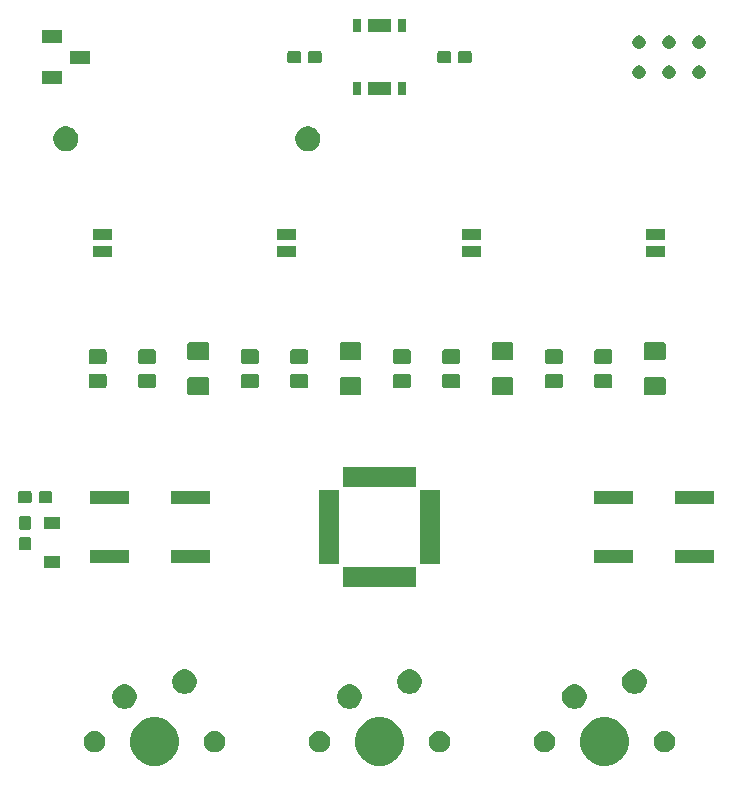
<source format=gbr>
G04 #@! TF.GenerationSoftware,KiCad,Pcbnew,(5.1.5)-3*
G04 #@! TF.CreationDate,2021-01-15T00:08:51-08:00*
G04 #@! TF.ProjectId,KHP2100,4b485032-3130-4302-9e6b-696361645f70,NC*
G04 #@! TF.SameCoordinates,Original*
G04 #@! TF.FileFunction,Soldermask,Top*
G04 #@! TF.FilePolarity,Negative*
%FSLAX46Y46*%
G04 Gerber Fmt 4.6, Leading zero omitted, Abs format (unit mm)*
G04 Created by KiCad (PCBNEW (5.1.5)-3) date 2021-01-15 00:08:51*
%MOMM*%
%LPD*%
G04 APERTURE LIST*
%ADD10C,0.100000*%
G04 APERTURE END LIST*
D10*
G36*
X167794374Y-116206784D02*
G01*
X168012374Y-116297083D01*
X168166523Y-116360933D01*
X168501448Y-116584723D01*
X168786277Y-116869552D01*
X169010067Y-117204477D01*
X169073917Y-117358626D01*
X169164216Y-117576626D01*
X169242800Y-117971694D01*
X169242800Y-118374506D01*
X169164216Y-118769574D01*
X169080222Y-118972353D01*
X169010067Y-119141723D01*
X168786277Y-119476648D01*
X168501448Y-119761477D01*
X168166523Y-119985267D01*
X168012374Y-120049117D01*
X167794374Y-120139416D01*
X167399306Y-120218000D01*
X166996494Y-120218000D01*
X166601426Y-120139416D01*
X166383426Y-120049117D01*
X166229277Y-119985267D01*
X165894352Y-119761477D01*
X165609523Y-119476648D01*
X165385733Y-119141723D01*
X165315578Y-118972353D01*
X165231584Y-118769574D01*
X165153000Y-118374506D01*
X165153000Y-117971694D01*
X165231584Y-117576626D01*
X165321883Y-117358626D01*
X165385733Y-117204477D01*
X165609523Y-116869552D01*
X165894352Y-116584723D01*
X166229277Y-116360933D01*
X166383426Y-116297083D01*
X166601426Y-116206784D01*
X166996494Y-116128200D01*
X167399306Y-116128200D01*
X167794374Y-116206784D01*
G37*
G36*
X129699524Y-116206784D02*
G01*
X129917524Y-116297083D01*
X130071673Y-116360933D01*
X130406598Y-116584723D01*
X130691427Y-116869552D01*
X130915217Y-117204477D01*
X130979067Y-117358626D01*
X131069366Y-117576626D01*
X131147950Y-117971694D01*
X131147950Y-118374506D01*
X131069366Y-118769574D01*
X130985372Y-118972353D01*
X130915217Y-119141723D01*
X130691427Y-119476648D01*
X130406598Y-119761477D01*
X130071673Y-119985267D01*
X129917524Y-120049117D01*
X129699524Y-120139416D01*
X129304456Y-120218000D01*
X128901644Y-120218000D01*
X128506576Y-120139416D01*
X128288576Y-120049117D01*
X128134427Y-119985267D01*
X127799502Y-119761477D01*
X127514673Y-119476648D01*
X127290883Y-119141723D01*
X127220728Y-118972353D01*
X127136734Y-118769574D01*
X127058150Y-118374506D01*
X127058150Y-117971694D01*
X127136734Y-117576626D01*
X127227033Y-117358626D01*
X127290883Y-117204477D01*
X127514673Y-116869552D01*
X127799502Y-116584723D01*
X128134427Y-116360933D01*
X128288576Y-116297083D01*
X128506576Y-116206784D01*
X128901644Y-116128200D01*
X129304456Y-116128200D01*
X129699524Y-116206784D01*
G37*
G36*
X148749524Y-116206784D02*
G01*
X148967524Y-116297083D01*
X149121673Y-116360933D01*
X149456598Y-116584723D01*
X149741427Y-116869552D01*
X149965217Y-117204477D01*
X150029067Y-117358626D01*
X150119366Y-117576626D01*
X150197950Y-117971694D01*
X150197950Y-118374506D01*
X150119366Y-118769574D01*
X150035372Y-118972353D01*
X149965217Y-119141723D01*
X149741427Y-119476648D01*
X149456598Y-119761477D01*
X149121673Y-119985267D01*
X148967524Y-120049117D01*
X148749524Y-120139416D01*
X148354456Y-120218000D01*
X147951644Y-120218000D01*
X147556576Y-120139416D01*
X147338576Y-120049117D01*
X147184427Y-119985267D01*
X146849502Y-119761477D01*
X146564673Y-119476648D01*
X146340883Y-119141723D01*
X146270728Y-118972353D01*
X146186734Y-118769574D01*
X146108150Y-118374506D01*
X146108150Y-117971694D01*
X146186734Y-117576626D01*
X146277033Y-117358626D01*
X146340883Y-117204477D01*
X146564673Y-116869552D01*
X146849502Y-116584723D01*
X147184427Y-116360933D01*
X147338576Y-116297083D01*
X147556576Y-116206784D01*
X147951644Y-116128200D01*
X148354456Y-116128200D01*
X148749524Y-116206784D01*
G37*
G36*
X162293852Y-117288530D02*
G01*
X162380975Y-117305859D01*
X162490398Y-117351184D01*
X162545111Y-117373847D01*
X162691833Y-117471883D01*
X162692828Y-117472548D01*
X162818452Y-117598172D01*
X162818454Y-117598175D01*
X162917153Y-117745889D01*
X162917153Y-117745890D01*
X162985141Y-117910025D01*
X163019800Y-118084271D01*
X163019800Y-118261929D01*
X162985141Y-118436175D01*
X162939816Y-118545598D01*
X162917153Y-118600311D01*
X162819117Y-118747033D01*
X162818452Y-118748028D01*
X162692828Y-118873652D01*
X162692825Y-118873654D01*
X162545111Y-118972353D01*
X162490398Y-118995016D01*
X162380975Y-119040341D01*
X162293852Y-119057671D01*
X162206731Y-119075000D01*
X162029069Y-119075000D01*
X161941948Y-119057671D01*
X161854825Y-119040341D01*
X161745402Y-118995016D01*
X161690689Y-118972353D01*
X161542975Y-118873654D01*
X161542972Y-118873652D01*
X161417348Y-118748028D01*
X161416683Y-118747033D01*
X161318647Y-118600311D01*
X161295984Y-118545598D01*
X161250659Y-118436175D01*
X161216000Y-118261929D01*
X161216000Y-118084271D01*
X161250659Y-117910025D01*
X161318647Y-117745890D01*
X161318647Y-117745889D01*
X161417346Y-117598175D01*
X161417348Y-117598172D01*
X161542972Y-117472548D01*
X161543967Y-117471883D01*
X161690689Y-117373847D01*
X161745402Y-117351184D01*
X161854825Y-117305859D01*
X161941948Y-117288530D01*
X162029069Y-117271200D01*
X162206731Y-117271200D01*
X162293852Y-117288530D01*
G37*
G36*
X134359002Y-117288530D02*
G01*
X134446125Y-117305859D01*
X134555548Y-117351184D01*
X134610261Y-117373847D01*
X134756983Y-117471883D01*
X134757978Y-117472548D01*
X134883602Y-117598172D01*
X134883604Y-117598175D01*
X134982303Y-117745889D01*
X134982303Y-117745890D01*
X135050291Y-117910025D01*
X135084950Y-118084271D01*
X135084950Y-118261929D01*
X135050291Y-118436175D01*
X135004966Y-118545598D01*
X134982303Y-118600311D01*
X134884267Y-118747033D01*
X134883602Y-118748028D01*
X134757978Y-118873652D01*
X134757975Y-118873654D01*
X134610261Y-118972353D01*
X134555548Y-118995016D01*
X134446125Y-119040341D01*
X134359002Y-119057671D01*
X134271881Y-119075000D01*
X134094219Y-119075000D01*
X134007098Y-119057671D01*
X133919975Y-119040341D01*
X133810552Y-118995016D01*
X133755839Y-118972353D01*
X133608125Y-118873654D01*
X133608122Y-118873652D01*
X133482498Y-118748028D01*
X133481833Y-118747033D01*
X133383797Y-118600311D01*
X133361134Y-118545598D01*
X133315809Y-118436175D01*
X133281150Y-118261929D01*
X133281150Y-118084271D01*
X133315809Y-117910025D01*
X133383797Y-117745890D01*
X133383797Y-117745889D01*
X133482496Y-117598175D01*
X133482498Y-117598172D01*
X133608122Y-117472548D01*
X133609117Y-117471883D01*
X133755839Y-117373847D01*
X133810552Y-117351184D01*
X133919975Y-117305859D01*
X134007098Y-117288530D01*
X134094219Y-117271200D01*
X134271881Y-117271200D01*
X134359002Y-117288530D01*
G37*
G36*
X124199002Y-117288530D02*
G01*
X124286125Y-117305859D01*
X124395548Y-117351184D01*
X124450261Y-117373847D01*
X124596983Y-117471883D01*
X124597978Y-117472548D01*
X124723602Y-117598172D01*
X124723604Y-117598175D01*
X124822303Y-117745889D01*
X124822303Y-117745890D01*
X124890291Y-117910025D01*
X124924950Y-118084271D01*
X124924950Y-118261929D01*
X124890291Y-118436175D01*
X124844966Y-118545598D01*
X124822303Y-118600311D01*
X124724267Y-118747033D01*
X124723602Y-118748028D01*
X124597978Y-118873652D01*
X124597975Y-118873654D01*
X124450261Y-118972353D01*
X124395548Y-118995016D01*
X124286125Y-119040341D01*
X124199002Y-119057671D01*
X124111881Y-119075000D01*
X123934219Y-119075000D01*
X123847098Y-119057671D01*
X123759975Y-119040341D01*
X123650552Y-118995016D01*
X123595839Y-118972353D01*
X123448125Y-118873654D01*
X123448122Y-118873652D01*
X123322498Y-118748028D01*
X123321833Y-118747033D01*
X123223797Y-118600311D01*
X123201134Y-118545598D01*
X123155809Y-118436175D01*
X123121150Y-118261929D01*
X123121150Y-118084271D01*
X123155809Y-117910025D01*
X123223797Y-117745890D01*
X123223797Y-117745889D01*
X123322496Y-117598175D01*
X123322498Y-117598172D01*
X123448122Y-117472548D01*
X123449117Y-117471883D01*
X123595839Y-117373847D01*
X123650552Y-117351184D01*
X123759975Y-117305859D01*
X123847098Y-117288530D01*
X123934219Y-117271200D01*
X124111881Y-117271200D01*
X124199002Y-117288530D01*
G37*
G36*
X153409002Y-117288530D02*
G01*
X153496125Y-117305859D01*
X153605548Y-117351184D01*
X153660261Y-117373847D01*
X153806983Y-117471883D01*
X153807978Y-117472548D01*
X153933602Y-117598172D01*
X153933604Y-117598175D01*
X154032303Y-117745889D01*
X154032303Y-117745890D01*
X154100291Y-117910025D01*
X154134950Y-118084271D01*
X154134950Y-118261929D01*
X154100291Y-118436175D01*
X154054966Y-118545598D01*
X154032303Y-118600311D01*
X153934267Y-118747033D01*
X153933602Y-118748028D01*
X153807978Y-118873652D01*
X153807975Y-118873654D01*
X153660261Y-118972353D01*
X153605548Y-118995016D01*
X153496125Y-119040341D01*
X153409002Y-119057671D01*
X153321881Y-119075000D01*
X153144219Y-119075000D01*
X153057098Y-119057671D01*
X152969975Y-119040341D01*
X152860552Y-118995016D01*
X152805839Y-118972353D01*
X152658125Y-118873654D01*
X152658122Y-118873652D01*
X152532498Y-118748028D01*
X152531833Y-118747033D01*
X152433797Y-118600311D01*
X152411134Y-118545598D01*
X152365809Y-118436175D01*
X152331150Y-118261929D01*
X152331150Y-118084271D01*
X152365809Y-117910025D01*
X152433797Y-117745890D01*
X152433797Y-117745889D01*
X152532496Y-117598175D01*
X152532498Y-117598172D01*
X152658122Y-117472548D01*
X152659117Y-117471883D01*
X152805839Y-117373847D01*
X152860552Y-117351184D01*
X152969975Y-117305859D01*
X153057098Y-117288530D01*
X153144219Y-117271200D01*
X153321881Y-117271200D01*
X153409002Y-117288530D01*
G37*
G36*
X172453852Y-117288530D02*
G01*
X172540975Y-117305859D01*
X172650398Y-117351184D01*
X172705111Y-117373847D01*
X172851833Y-117471883D01*
X172852828Y-117472548D01*
X172978452Y-117598172D01*
X172978454Y-117598175D01*
X173077153Y-117745889D01*
X173077153Y-117745890D01*
X173145141Y-117910025D01*
X173179800Y-118084271D01*
X173179800Y-118261929D01*
X173145141Y-118436175D01*
X173099816Y-118545598D01*
X173077153Y-118600311D01*
X172979117Y-118747033D01*
X172978452Y-118748028D01*
X172852828Y-118873652D01*
X172852825Y-118873654D01*
X172705111Y-118972353D01*
X172650398Y-118995016D01*
X172540975Y-119040341D01*
X172453852Y-119057671D01*
X172366731Y-119075000D01*
X172189069Y-119075000D01*
X172101948Y-119057671D01*
X172014825Y-119040341D01*
X171905402Y-118995016D01*
X171850689Y-118972353D01*
X171702975Y-118873654D01*
X171702972Y-118873652D01*
X171577348Y-118748028D01*
X171576683Y-118747033D01*
X171478647Y-118600311D01*
X171455984Y-118545598D01*
X171410659Y-118436175D01*
X171376000Y-118261929D01*
X171376000Y-118084271D01*
X171410659Y-117910025D01*
X171478647Y-117745890D01*
X171478647Y-117745889D01*
X171577346Y-117598175D01*
X171577348Y-117598172D01*
X171702972Y-117472548D01*
X171703967Y-117471883D01*
X171850689Y-117373847D01*
X171905402Y-117351184D01*
X172014825Y-117305859D01*
X172101948Y-117288530D01*
X172189069Y-117271200D01*
X172366731Y-117271200D01*
X172453852Y-117288530D01*
G37*
G36*
X143249002Y-117288530D02*
G01*
X143336125Y-117305859D01*
X143445548Y-117351184D01*
X143500261Y-117373847D01*
X143646983Y-117471883D01*
X143647978Y-117472548D01*
X143773602Y-117598172D01*
X143773604Y-117598175D01*
X143872303Y-117745889D01*
X143872303Y-117745890D01*
X143940291Y-117910025D01*
X143974950Y-118084271D01*
X143974950Y-118261929D01*
X143940291Y-118436175D01*
X143894966Y-118545598D01*
X143872303Y-118600311D01*
X143774267Y-118747033D01*
X143773602Y-118748028D01*
X143647978Y-118873652D01*
X143647975Y-118873654D01*
X143500261Y-118972353D01*
X143445548Y-118995016D01*
X143336125Y-119040341D01*
X143249002Y-119057671D01*
X143161881Y-119075000D01*
X142984219Y-119075000D01*
X142897098Y-119057671D01*
X142809975Y-119040341D01*
X142700552Y-118995016D01*
X142645839Y-118972353D01*
X142498125Y-118873654D01*
X142498122Y-118873652D01*
X142372498Y-118748028D01*
X142371833Y-118747033D01*
X142273797Y-118600311D01*
X142251134Y-118545598D01*
X142205809Y-118436175D01*
X142171150Y-118261929D01*
X142171150Y-118084271D01*
X142205809Y-117910025D01*
X142273797Y-117745890D01*
X142273797Y-117745889D01*
X142372496Y-117598175D01*
X142372498Y-117598172D01*
X142498122Y-117472548D01*
X142499117Y-117471883D01*
X142645839Y-117373847D01*
X142700552Y-117351184D01*
X142809975Y-117305859D01*
X142897098Y-117288530D01*
X142984219Y-117271200D01*
X143161881Y-117271200D01*
X143249002Y-117288530D01*
G37*
G36*
X145919614Y-113352489D02*
G01*
X146110883Y-113431715D01*
X146110885Y-113431716D01*
X146283023Y-113546735D01*
X146429415Y-113693127D01*
X146544435Y-113865267D01*
X146623661Y-114056536D01*
X146664050Y-114259584D01*
X146664050Y-114466616D01*
X146623661Y-114669664D01*
X146544435Y-114860933D01*
X146544434Y-114860935D01*
X146429415Y-115033073D01*
X146283023Y-115179465D01*
X146110885Y-115294484D01*
X146110884Y-115294485D01*
X146110883Y-115294485D01*
X145919614Y-115373711D01*
X145716566Y-115414100D01*
X145509534Y-115414100D01*
X145306486Y-115373711D01*
X145115217Y-115294485D01*
X145115216Y-115294485D01*
X145115215Y-115294484D01*
X144943077Y-115179465D01*
X144796685Y-115033073D01*
X144681666Y-114860935D01*
X144681665Y-114860933D01*
X144602439Y-114669664D01*
X144562050Y-114466616D01*
X144562050Y-114259584D01*
X144602439Y-114056536D01*
X144681665Y-113865267D01*
X144796685Y-113693127D01*
X144943077Y-113546735D01*
X145115215Y-113431716D01*
X145115217Y-113431715D01*
X145306486Y-113352489D01*
X145509534Y-113312100D01*
X145716566Y-113312100D01*
X145919614Y-113352489D01*
G37*
G36*
X126869614Y-113352489D02*
G01*
X127060883Y-113431715D01*
X127060885Y-113431716D01*
X127233023Y-113546735D01*
X127379415Y-113693127D01*
X127494435Y-113865267D01*
X127573661Y-114056536D01*
X127614050Y-114259584D01*
X127614050Y-114466616D01*
X127573661Y-114669664D01*
X127494435Y-114860933D01*
X127494434Y-114860935D01*
X127379415Y-115033073D01*
X127233023Y-115179465D01*
X127060885Y-115294484D01*
X127060884Y-115294485D01*
X127060883Y-115294485D01*
X126869614Y-115373711D01*
X126666566Y-115414100D01*
X126459534Y-115414100D01*
X126256486Y-115373711D01*
X126065217Y-115294485D01*
X126065216Y-115294485D01*
X126065215Y-115294484D01*
X125893077Y-115179465D01*
X125746685Y-115033073D01*
X125631666Y-114860935D01*
X125631665Y-114860933D01*
X125552439Y-114669664D01*
X125512050Y-114466616D01*
X125512050Y-114259584D01*
X125552439Y-114056536D01*
X125631665Y-113865267D01*
X125746685Y-113693127D01*
X125893077Y-113546735D01*
X126065215Y-113431716D01*
X126065217Y-113431715D01*
X126256486Y-113352489D01*
X126459534Y-113312100D01*
X126666566Y-113312100D01*
X126869614Y-113352489D01*
G37*
G36*
X164964464Y-113352489D02*
G01*
X165155733Y-113431715D01*
X165155735Y-113431716D01*
X165327873Y-113546735D01*
X165474265Y-113693127D01*
X165589285Y-113865267D01*
X165668511Y-114056536D01*
X165708900Y-114259584D01*
X165708900Y-114466616D01*
X165668511Y-114669664D01*
X165589285Y-114860933D01*
X165589284Y-114860935D01*
X165474265Y-115033073D01*
X165327873Y-115179465D01*
X165155735Y-115294484D01*
X165155734Y-115294485D01*
X165155733Y-115294485D01*
X164964464Y-115373711D01*
X164761416Y-115414100D01*
X164554384Y-115414100D01*
X164351336Y-115373711D01*
X164160067Y-115294485D01*
X164160066Y-115294485D01*
X164160065Y-115294484D01*
X163987927Y-115179465D01*
X163841535Y-115033073D01*
X163726516Y-114860935D01*
X163726515Y-114860933D01*
X163647289Y-114669664D01*
X163606900Y-114466616D01*
X163606900Y-114259584D01*
X163647289Y-114056536D01*
X163726515Y-113865267D01*
X163841535Y-113693127D01*
X163987927Y-113546735D01*
X164160065Y-113431716D01*
X164160067Y-113431715D01*
X164351336Y-113352489D01*
X164554384Y-113312100D01*
X164761416Y-113312100D01*
X164964464Y-113352489D01*
G37*
G36*
X170044464Y-112082489D02*
G01*
X170235733Y-112161715D01*
X170235735Y-112161716D01*
X170407873Y-112276735D01*
X170554265Y-112423127D01*
X170669285Y-112595267D01*
X170748511Y-112786536D01*
X170788900Y-112989584D01*
X170788900Y-113196616D01*
X170748511Y-113399664D01*
X170687592Y-113546735D01*
X170669284Y-113590935D01*
X170554265Y-113763073D01*
X170407873Y-113909465D01*
X170235735Y-114024484D01*
X170235734Y-114024485D01*
X170235733Y-114024485D01*
X170044464Y-114103711D01*
X169841416Y-114144100D01*
X169634384Y-114144100D01*
X169431336Y-114103711D01*
X169240067Y-114024485D01*
X169240066Y-114024485D01*
X169240065Y-114024484D01*
X169067927Y-113909465D01*
X168921535Y-113763073D01*
X168806516Y-113590935D01*
X168788208Y-113546735D01*
X168727289Y-113399664D01*
X168686900Y-113196616D01*
X168686900Y-112989584D01*
X168727289Y-112786536D01*
X168806515Y-112595267D01*
X168921535Y-112423127D01*
X169067927Y-112276735D01*
X169240065Y-112161716D01*
X169240067Y-112161715D01*
X169431336Y-112082489D01*
X169634384Y-112042100D01*
X169841416Y-112042100D01*
X170044464Y-112082489D01*
G37*
G36*
X150999614Y-112082489D02*
G01*
X151190883Y-112161715D01*
X151190885Y-112161716D01*
X151363023Y-112276735D01*
X151509415Y-112423127D01*
X151624435Y-112595267D01*
X151703661Y-112786536D01*
X151744050Y-112989584D01*
X151744050Y-113196616D01*
X151703661Y-113399664D01*
X151642742Y-113546735D01*
X151624434Y-113590935D01*
X151509415Y-113763073D01*
X151363023Y-113909465D01*
X151190885Y-114024484D01*
X151190884Y-114024485D01*
X151190883Y-114024485D01*
X150999614Y-114103711D01*
X150796566Y-114144100D01*
X150589534Y-114144100D01*
X150386486Y-114103711D01*
X150195217Y-114024485D01*
X150195216Y-114024485D01*
X150195215Y-114024484D01*
X150023077Y-113909465D01*
X149876685Y-113763073D01*
X149761666Y-113590935D01*
X149743358Y-113546735D01*
X149682439Y-113399664D01*
X149642050Y-113196616D01*
X149642050Y-112989584D01*
X149682439Y-112786536D01*
X149761665Y-112595267D01*
X149876685Y-112423127D01*
X150023077Y-112276735D01*
X150195215Y-112161716D01*
X150195217Y-112161715D01*
X150386486Y-112082489D01*
X150589534Y-112042100D01*
X150796566Y-112042100D01*
X150999614Y-112082489D01*
G37*
G36*
X131949614Y-112082489D02*
G01*
X132140883Y-112161715D01*
X132140885Y-112161716D01*
X132313023Y-112276735D01*
X132459415Y-112423127D01*
X132574435Y-112595267D01*
X132653661Y-112786536D01*
X132694050Y-112989584D01*
X132694050Y-113196616D01*
X132653661Y-113399664D01*
X132592742Y-113546735D01*
X132574434Y-113590935D01*
X132459415Y-113763073D01*
X132313023Y-113909465D01*
X132140885Y-114024484D01*
X132140884Y-114024485D01*
X132140883Y-114024485D01*
X131949614Y-114103711D01*
X131746566Y-114144100D01*
X131539534Y-114144100D01*
X131336486Y-114103711D01*
X131145217Y-114024485D01*
X131145216Y-114024485D01*
X131145215Y-114024484D01*
X130973077Y-113909465D01*
X130826685Y-113763073D01*
X130711666Y-113590935D01*
X130693358Y-113546735D01*
X130632439Y-113399664D01*
X130592050Y-113196616D01*
X130592050Y-112989584D01*
X130632439Y-112786536D01*
X130711665Y-112595267D01*
X130826685Y-112423127D01*
X130973077Y-112276735D01*
X131145215Y-112161716D01*
X131145217Y-112161715D01*
X131336486Y-112082489D01*
X131539534Y-112042100D01*
X131746566Y-112042100D01*
X131949614Y-112082489D01*
G37*
G36*
X151279050Y-105102600D02*
G01*
X145027050Y-105102600D01*
X145027050Y-103400600D01*
X151279050Y-103400600D01*
X151279050Y-105102600D01*
G37*
G36*
X121072400Y-103469400D02*
G01*
X119770400Y-103469400D01*
X119770400Y-102467400D01*
X121072400Y-102467400D01*
X121072400Y-103469400D01*
G37*
G36*
X144754050Y-103127600D02*
G01*
X143052050Y-103127600D01*
X143052050Y-96875600D01*
X144754050Y-96875600D01*
X144754050Y-103127600D01*
G37*
G36*
X153254050Y-103127600D02*
G01*
X151552050Y-103127600D01*
X151552050Y-96875600D01*
X153254050Y-96875600D01*
X153254050Y-103127600D01*
G37*
G36*
X126961200Y-103052600D02*
G01*
X123659200Y-103052600D01*
X123659200Y-101950600D01*
X126961200Y-101950600D01*
X126961200Y-103052600D01*
G37*
G36*
X133761200Y-103052600D02*
G01*
X130459200Y-103052600D01*
X130459200Y-101950600D01*
X133761200Y-101950600D01*
X133761200Y-103052600D01*
G37*
G36*
X169639900Y-103052600D02*
G01*
X166337900Y-103052600D01*
X166337900Y-101950600D01*
X169639900Y-101950600D01*
X169639900Y-103052600D01*
G37*
G36*
X176439900Y-103052600D02*
G01*
X173137900Y-103052600D01*
X173137900Y-101950600D01*
X176439900Y-101950600D01*
X176439900Y-103052600D01*
G37*
G36*
X118488499Y-100846845D02*
G01*
X118525995Y-100858220D01*
X118560554Y-100876692D01*
X118590847Y-100901553D01*
X118615708Y-100931846D01*
X118634180Y-100966405D01*
X118645555Y-101003901D01*
X118650000Y-101049038D01*
X118650000Y-101787762D01*
X118645555Y-101832899D01*
X118634180Y-101870395D01*
X118615708Y-101904954D01*
X118590847Y-101935247D01*
X118560554Y-101960108D01*
X118525995Y-101978580D01*
X118488499Y-101989955D01*
X118443362Y-101994400D01*
X117804638Y-101994400D01*
X117759501Y-101989955D01*
X117722005Y-101978580D01*
X117687446Y-101960108D01*
X117657153Y-101935247D01*
X117632292Y-101904954D01*
X117613820Y-101870395D01*
X117602445Y-101832899D01*
X117598000Y-101787762D01*
X117598000Y-101049038D01*
X117602445Y-101003901D01*
X117613820Y-100966405D01*
X117632292Y-100931846D01*
X117657153Y-100901553D01*
X117687446Y-100876692D01*
X117722005Y-100858220D01*
X117759501Y-100846845D01*
X117804638Y-100842400D01*
X118443362Y-100842400D01*
X118488499Y-100846845D01*
G37*
G36*
X118488499Y-99096845D02*
G01*
X118525995Y-99108220D01*
X118560554Y-99126692D01*
X118590847Y-99151553D01*
X118615708Y-99181846D01*
X118634180Y-99216405D01*
X118645555Y-99253901D01*
X118650000Y-99299038D01*
X118650000Y-100037762D01*
X118645555Y-100082899D01*
X118634180Y-100120395D01*
X118615708Y-100154954D01*
X118590847Y-100185247D01*
X118560554Y-100210108D01*
X118525995Y-100228580D01*
X118488499Y-100239955D01*
X118443362Y-100244400D01*
X117804638Y-100244400D01*
X117759501Y-100239955D01*
X117722005Y-100228580D01*
X117687446Y-100210108D01*
X117657153Y-100185247D01*
X117632292Y-100154954D01*
X117613820Y-100120395D01*
X117602445Y-100082899D01*
X117598000Y-100037762D01*
X117598000Y-99299038D01*
X117602445Y-99253901D01*
X117613820Y-99216405D01*
X117632292Y-99181846D01*
X117657153Y-99151553D01*
X117687446Y-99126692D01*
X117722005Y-99108220D01*
X117759501Y-99096845D01*
X117804638Y-99092400D01*
X118443362Y-99092400D01*
X118488499Y-99096845D01*
G37*
G36*
X121072400Y-100169400D02*
G01*
X119770400Y-100169400D01*
X119770400Y-99167400D01*
X121072400Y-99167400D01*
X121072400Y-100169400D01*
G37*
G36*
X169639900Y-98052600D02*
G01*
X166337900Y-98052600D01*
X166337900Y-96950600D01*
X169639900Y-96950600D01*
X169639900Y-98052600D01*
G37*
G36*
X176439900Y-98052600D02*
G01*
X173137900Y-98052600D01*
X173137900Y-96950600D01*
X176439900Y-96950600D01*
X176439900Y-98052600D01*
G37*
G36*
X133761200Y-98052600D02*
G01*
X130459200Y-98052600D01*
X130459200Y-96950600D01*
X133761200Y-96950600D01*
X133761200Y-98052600D01*
G37*
G36*
X126961200Y-98052600D02*
G01*
X123659200Y-98052600D01*
X123659200Y-96950600D01*
X126961200Y-96950600D01*
X126961200Y-98052600D01*
G37*
G36*
X118538499Y-96954645D02*
G01*
X118575995Y-96966020D01*
X118610554Y-96984492D01*
X118640847Y-97009353D01*
X118665708Y-97039646D01*
X118684180Y-97074205D01*
X118695555Y-97111701D01*
X118700000Y-97156838D01*
X118700000Y-97795562D01*
X118695555Y-97840699D01*
X118684180Y-97878195D01*
X118665708Y-97912754D01*
X118640847Y-97943047D01*
X118610554Y-97967908D01*
X118575995Y-97986380D01*
X118538499Y-97997755D01*
X118493362Y-98002200D01*
X117754638Y-98002200D01*
X117709501Y-97997755D01*
X117672005Y-97986380D01*
X117637446Y-97967908D01*
X117607153Y-97943047D01*
X117582292Y-97912754D01*
X117563820Y-97878195D01*
X117552445Y-97840699D01*
X117548000Y-97795562D01*
X117548000Y-97156838D01*
X117552445Y-97111701D01*
X117563820Y-97074205D01*
X117582292Y-97039646D01*
X117607153Y-97009353D01*
X117637446Y-96984492D01*
X117672005Y-96966020D01*
X117709501Y-96954645D01*
X117754638Y-96950200D01*
X118493362Y-96950200D01*
X118538499Y-96954645D01*
G37*
G36*
X120288499Y-96954645D02*
G01*
X120325995Y-96966020D01*
X120360554Y-96984492D01*
X120390847Y-97009353D01*
X120415708Y-97039646D01*
X120434180Y-97074205D01*
X120445555Y-97111701D01*
X120450000Y-97156838D01*
X120450000Y-97795562D01*
X120445555Y-97840699D01*
X120434180Y-97878195D01*
X120415708Y-97912754D01*
X120390847Y-97943047D01*
X120360554Y-97967908D01*
X120325995Y-97986380D01*
X120288499Y-97997755D01*
X120243362Y-98002200D01*
X119504638Y-98002200D01*
X119459501Y-97997755D01*
X119422005Y-97986380D01*
X119387446Y-97967908D01*
X119357153Y-97943047D01*
X119332292Y-97912754D01*
X119313820Y-97878195D01*
X119302445Y-97840699D01*
X119298000Y-97795562D01*
X119298000Y-97156838D01*
X119302445Y-97111701D01*
X119313820Y-97074205D01*
X119332292Y-97039646D01*
X119357153Y-97009353D01*
X119387446Y-96984492D01*
X119422005Y-96966020D01*
X119459501Y-96954645D01*
X119504638Y-96950200D01*
X120243362Y-96950200D01*
X120288499Y-96954645D01*
G37*
G36*
X151279050Y-96602600D02*
G01*
X145027050Y-96602600D01*
X145027050Y-94900600D01*
X151279050Y-94900600D01*
X151279050Y-96602600D01*
G37*
G36*
X159346362Y-87342181D02*
G01*
X159381281Y-87352774D01*
X159413463Y-87369976D01*
X159441673Y-87393127D01*
X159464824Y-87421337D01*
X159482026Y-87453519D01*
X159492619Y-87488438D01*
X159496800Y-87530895D01*
X159496800Y-88672105D01*
X159492619Y-88714562D01*
X159482026Y-88749481D01*
X159464824Y-88781663D01*
X159441673Y-88809873D01*
X159413463Y-88833024D01*
X159381281Y-88850226D01*
X159346362Y-88860819D01*
X159303905Y-88865000D01*
X157837695Y-88865000D01*
X157795238Y-88860819D01*
X157760319Y-88850226D01*
X157728137Y-88833024D01*
X157699927Y-88809873D01*
X157676776Y-88781663D01*
X157659574Y-88749481D01*
X157648981Y-88714562D01*
X157644800Y-88672105D01*
X157644800Y-87530895D01*
X157648981Y-87488438D01*
X157659574Y-87453519D01*
X157676776Y-87421337D01*
X157699927Y-87393127D01*
X157728137Y-87369976D01*
X157760319Y-87352774D01*
X157795238Y-87342181D01*
X157837695Y-87338000D01*
X159303905Y-87338000D01*
X159346362Y-87342181D01*
G37*
G36*
X133594162Y-87342181D02*
G01*
X133629081Y-87352774D01*
X133661263Y-87369976D01*
X133689473Y-87393127D01*
X133712624Y-87421337D01*
X133729826Y-87453519D01*
X133740419Y-87488438D01*
X133744600Y-87530895D01*
X133744600Y-88672105D01*
X133740419Y-88714562D01*
X133729826Y-88749481D01*
X133712624Y-88781663D01*
X133689473Y-88809873D01*
X133661263Y-88833024D01*
X133629081Y-88850226D01*
X133594162Y-88860819D01*
X133551705Y-88865000D01*
X132085495Y-88865000D01*
X132043038Y-88860819D01*
X132008119Y-88850226D01*
X131975937Y-88833024D01*
X131947727Y-88809873D01*
X131924576Y-88781663D01*
X131907374Y-88749481D01*
X131896781Y-88714562D01*
X131892600Y-88672105D01*
X131892600Y-87530895D01*
X131896781Y-87488438D01*
X131907374Y-87453519D01*
X131924576Y-87421337D01*
X131947727Y-87393127D01*
X131975937Y-87369976D01*
X132008119Y-87352774D01*
X132043038Y-87342181D01*
X132085495Y-87338000D01*
X133551705Y-87338000D01*
X133594162Y-87342181D01*
G37*
G36*
X172222462Y-87342181D02*
G01*
X172257381Y-87352774D01*
X172289563Y-87369976D01*
X172317773Y-87393127D01*
X172340924Y-87421337D01*
X172358126Y-87453519D01*
X172368719Y-87488438D01*
X172372900Y-87530895D01*
X172372900Y-88672105D01*
X172368719Y-88714562D01*
X172358126Y-88749481D01*
X172340924Y-88781663D01*
X172317773Y-88809873D01*
X172289563Y-88833024D01*
X172257381Y-88850226D01*
X172222462Y-88860819D01*
X172180005Y-88865000D01*
X170713795Y-88865000D01*
X170671338Y-88860819D01*
X170636419Y-88850226D01*
X170604237Y-88833024D01*
X170576027Y-88809873D01*
X170552876Y-88781663D01*
X170535674Y-88749481D01*
X170525081Y-88714562D01*
X170520900Y-88672105D01*
X170520900Y-87530895D01*
X170525081Y-87488438D01*
X170535674Y-87453519D01*
X170552876Y-87421337D01*
X170576027Y-87393127D01*
X170604237Y-87369976D01*
X170636419Y-87352774D01*
X170671338Y-87342181D01*
X170713795Y-87338000D01*
X172180005Y-87338000D01*
X172222462Y-87342181D01*
G37*
G36*
X146470262Y-87342181D02*
G01*
X146505181Y-87352774D01*
X146537363Y-87369976D01*
X146565573Y-87393127D01*
X146588724Y-87421337D01*
X146605926Y-87453519D01*
X146616519Y-87488438D01*
X146620700Y-87530895D01*
X146620700Y-88672105D01*
X146616519Y-88714562D01*
X146605926Y-88749481D01*
X146588724Y-88781663D01*
X146565573Y-88809873D01*
X146537363Y-88833024D01*
X146505181Y-88850226D01*
X146470262Y-88860819D01*
X146427805Y-88865000D01*
X144961595Y-88865000D01*
X144919138Y-88860819D01*
X144884219Y-88850226D01*
X144852037Y-88833024D01*
X144823827Y-88809873D01*
X144800676Y-88781663D01*
X144783474Y-88749481D01*
X144772881Y-88714562D01*
X144768700Y-88672105D01*
X144768700Y-87530895D01*
X144772881Y-87488438D01*
X144783474Y-87453519D01*
X144800676Y-87421337D01*
X144823827Y-87393127D01*
X144852037Y-87369976D01*
X144884219Y-87352774D01*
X144919138Y-87342181D01*
X144961595Y-87338000D01*
X146427805Y-87338000D01*
X146470262Y-87342181D01*
G37*
G36*
X167686874Y-87017465D02*
G01*
X167724567Y-87028899D01*
X167759303Y-87047466D01*
X167789748Y-87072452D01*
X167814734Y-87102897D01*
X167833301Y-87137633D01*
X167844735Y-87175326D01*
X167849200Y-87220661D01*
X167849200Y-88057339D01*
X167844735Y-88102674D01*
X167833301Y-88140367D01*
X167814734Y-88175103D01*
X167789748Y-88205548D01*
X167759303Y-88230534D01*
X167724567Y-88249101D01*
X167686874Y-88260535D01*
X167641539Y-88265000D01*
X166554861Y-88265000D01*
X166509526Y-88260535D01*
X166471833Y-88249101D01*
X166437097Y-88230534D01*
X166406652Y-88205548D01*
X166381666Y-88175103D01*
X166363099Y-88140367D01*
X166351665Y-88102674D01*
X166347200Y-88057339D01*
X166347200Y-87220661D01*
X166351665Y-87175326D01*
X166363099Y-87137633D01*
X166381666Y-87102897D01*
X166406652Y-87072452D01*
X166437097Y-87047466D01*
X166471833Y-87028899D01*
X166509526Y-87017465D01*
X166554861Y-87013000D01*
X167641539Y-87013000D01*
X167686874Y-87017465D01*
G37*
G36*
X137755974Y-87017465D02*
G01*
X137793667Y-87028899D01*
X137828403Y-87047466D01*
X137858848Y-87072452D01*
X137883834Y-87102897D01*
X137902401Y-87137633D01*
X137913835Y-87175326D01*
X137918300Y-87220661D01*
X137918300Y-88057339D01*
X137913835Y-88102674D01*
X137902401Y-88140367D01*
X137883834Y-88175103D01*
X137858848Y-88205548D01*
X137828403Y-88230534D01*
X137793667Y-88249101D01*
X137755974Y-88260535D01*
X137710639Y-88265000D01*
X136623961Y-88265000D01*
X136578626Y-88260535D01*
X136540933Y-88249101D01*
X136506197Y-88230534D01*
X136475752Y-88205548D01*
X136450766Y-88175103D01*
X136432199Y-88140367D01*
X136420765Y-88102674D01*
X136416300Y-88057339D01*
X136416300Y-87220661D01*
X136420765Y-87175326D01*
X136432199Y-87137633D01*
X136450766Y-87102897D01*
X136475752Y-87072452D01*
X136506197Y-87047466D01*
X136540933Y-87028899D01*
X136578626Y-87017465D01*
X136623961Y-87013000D01*
X137710639Y-87013000D01*
X137755974Y-87017465D01*
G37*
G36*
X129058574Y-87017465D02*
G01*
X129096267Y-87028899D01*
X129131003Y-87047466D01*
X129161448Y-87072452D01*
X129186434Y-87102897D01*
X129205001Y-87137633D01*
X129216435Y-87175326D01*
X129220900Y-87220661D01*
X129220900Y-88057339D01*
X129216435Y-88102674D01*
X129205001Y-88140367D01*
X129186434Y-88175103D01*
X129161448Y-88205548D01*
X129131003Y-88230534D01*
X129096267Y-88249101D01*
X129058574Y-88260535D01*
X129013239Y-88265000D01*
X127926561Y-88265000D01*
X127881226Y-88260535D01*
X127843533Y-88249101D01*
X127808797Y-88230534D01*
X127778352Y-88205548D01*
X127753366Y-88175103D01*
X127734799Y-88140367D01*
X127723365Y-88102674D01*
X127718900Y-88057339D01*
X127718900Y-87220661D01*
X127723365Y-87175326D01*
X127734799Y-87137633D01*
X127753366Y-87102897D01*
X127778352Y-87072452D01*
X127808797Y-87047466D01*
X127843533Y-87028899D01*
X127881226Y-87017465D01*
X127926561Y-87013000D01*
X129013239Y-87013000D01*
X129058574Y-87017465D01*
G37*
G36*
X124879874Y-87017465D02*
G01*
X124917567Y-87028899D01*
X124952303Y-87047466D01*
X124982748Y-87072452D01*
X125007734Y-87102897D01*
X125026301Y-87137633D01*
X125037735Y-87175326D01*
X125042200Y-87220661D01*
X125042200Y-88057339D01*
X125037735Y-88102674D01*
X125026301Y-88140367D01*
X125007734Y-88175103D01*
X124982748Y-88205548D01*
X124952303Y-88230534D01*
X124917567Y-88249101D01*
X124879874Y-88260535D01*
X124834539Y-88265000D01*
X123747861Y-88265000D01*
X123702526Y-88260535D01*
X123664833Y-88249101D01*
X123630097Y-88230534D01*
X123599652Y-88205548D01*
X123574666Y-88175103D01*
X123556099Y-88140367D01*
X123544665Y-88102674D01*
X123540200Y-88057339D01*
X123540200Y-87220661D01*
X123544665Y-87175326D01*
X123556099Y-87137633D01*
X123574666Y-87102897D01*
X123599652Y-87072452D01*
X123630097Y-87047466D01*
X123664833Y-87028899D01*
X123702526Y-87017465D01*
X123747861Y-87013000D01*
X124834539Y-87013000D01*
X124879874Y-87017465D01*
G37*
G36*
X141934674Y-87017465D02*
G01*
X141972367Y-87028899D01*
X142007103Y-87047466D01*
X142037548Y-87072452D01*
X142062534Y-87102897D01*
X142081101Y-87137633D01*
X142092535Y-87175326D01*
X142097000Y-87220661D01*
X142097000Y-88057339D01*
X142092535Y-88102674D01*
X142081101Y-88140367D01*
X142062534Y-88175103D01*
X142037548Y-88205548D01*
X142007103Y-88230534D01*
X141972367Y-88249101D01*
X141934674Y-88260535D01*
X141889339Y-88265000D01*
X140802661Y-88265000D01*
X140757326Y-88260535D01*
X140719633Y-88249101D01*
X140684897Y-88230534D01*
X140654452Y-88205548D01*
X140629466Y-88175103D01*
X140610899Y-88140367D01*
X140599465Y-88102674D01*
X140595000Y-88057339D01*
X140595000Y-87220661D01*
X140599465Y-87175326D01*
X140610899Y-87137633D01*
X140629466Y-87102897D01*
X140654452Y-87072452D01*
X140684897Y-87047466D01*
X140719633Y-87028899D01*
X140757326Y-87017465D01*
X140802661Y-87013000D01*
X141889339Y-87013000D01*
X141934674Y-87017465D01*
G37*
G36*
X163508174Y-87017465D02*
G01*
X163545867Y-87028899D01*
X163580603Y-87047466D01*
X163611048Y-87072452D01*
X163636034Y-87102897D01*
X163654601Y-87137633D01*
X163666035Y-87175326D01*
X163670500Y-87220661D01*
X163670500Y-88057339D01*
X163666035Y-88102674D01*
X163654601Y-88140367D01*
X163636034Y-88175103D01*
X163611048Y-88205548D01*
X163580603Y-88230534D01*
X163545867Y-88249101D01*
X163508174Y-88260535D01*
X163462839Y-88265000D01*
X162376161Y-88265000D01*
X162330826Y-88260535D01*
X162293133Y-88249101D01*
X162258397Y-88230534D01*
X162227952Y-88205548D01*
X162202966Y-88175103D01*
X162184399Y-88140367D01*
X162172965Y-88102674D01*
X162168500Y-88057339D01*
X162168500Y-87220661D01*
X162172965Y-87175326D01*
X162184399Y-87137633D01*
X162202966Y-87102897D01*
X162227952Y-87072452D01*
X162258397Y-87047466D01*
X162293133Y-87028899D01*
X162330826Y-87017465D01*
X162376161Y-87013000D01*
X163462839Y-87013000D01*
X163508174Y-87017465D01*
G37*
G36*
X154810774Y-87017465D02*
G01*
X154848467Y-87028899D01*
X154883203Y-87047466D01*
X154913648Y-87072452D01*
X154938634Y-87102897D01*
X154957201Y-87137633D01*
X154968635Y-87175326D01*
X154973100Y-87220661D01*
X154973100Y-88057339D01*
X154968635Y-88102674D01*
X154957201Y-88140367D01*
X154938634Y-88175103D01*
X154913648Y-88205548D01*
X154883203Y-88230534D01*
X154848467Y-88249101D01*
X154810774Y-88260535D01*
X154765439Y-88265000D01*
X153678761Y-88265000D01*
X153633426Y-88260535D01*
X153595733Y-88249101D01*
X153560997Y-88230534D01*
X153530552Y-88205548D01*
X153505566Y-88175103D01*
X153486999Y-88140367D01*
X153475565Y-88102674D01*
X153471100Y-88057339D01*
X153471100Y-87220661D01*
X153475565Y-87175326D01*
X153486999Y-87137633D01*
X153505566Y-87102897D01*
X153530552Y-87072452D01*
X153560997Y-87047466D01*
X153595733Y-87028899D01*
X153633426Y-87017465D01*
X153678761Y-87013000D01*
X154765439Y-87013000D01*
X154810774Y-87017465D01*
G37*
G36*
X150632074Y-87017465D02*
G01*
X150669767Y-87028899D01*
X150704503Y-87047466D01*
X150734948Y-87072452D01*
X150759934Y-87102897D01*
X150778501Y-87137633D01*
X150789935Y-87175326D01*
X150794400Y-87220661D01*
X150794400Y-88057339D01*
X150789935Y-88102674D01*
X150778501Y-88140367D01*
X150759934Y-88175103D01*
X150734948Y-88205548D01*
X150704503Y-88230534D01*
X150669767Y-88249101D01*
X150632074Y-88260535D01*
X150586739Y-88265000D01*
X149500061Y-88265000D01*
X149454726Y-88260535D01*
X149417033Y-88249101D01*
X149382297Y-88230534D01*
X149351852Y-88205548D01*
X149326866Y-88175103D01*
X149308299Y-88140367D01*
X149296865Y-88102674D01*
X149292400Y-88057339D01*
X149292400Y-87220661D01*
X149296865Y-87175326D01*
X149308299Y-87137633D01*
X149326866Y-87102897D01*
X149351852Y-87072452D01*
X149382297Y-87047466D01*
X149417033Y-87028899D01*
X149454726Y-87017465D01*
X149500061Y-87013000D01*
X150586739Y-87013000D01*
X150632074Y-87017465D01*
G37*
G36*
X141934674Y-84967465D02*
G01*
X141972367Y-84978899D01*
X142007103Y-84997466D01*
X142037548Y-85022452D01*
X142062534Y-85052897D01*
X142081101Y-85087633D01*
X142092535Y-85125326D01*
X142097000Y-85170661D01*
X142097000Y-86007339D01*
X142092535Y-86052674D01*
X142081101Y-86090367D01*
X142062534Y-86125103D01*
X142037548Y-86155548D01*
X142007103Y-86180534D01*
X141972367Y-86199101D01*
X141934674Y-86210535D01*
X141889339Y-86215000D01*
X140802661Y-86215000D01*
X140757326Y-86210535D01*
X140719633Y-86199101D01*
X140684897Y-86180534D01*
X140654452Y-86155548D01*
X140629466Y-86125103D01*
X140610899Y-86090367D01*
X140599465Y-86052674D01*
X140595000Y-86007339D01*
X140595000Y-85170661D01*
X140599465Y-85125326D01*
X140610899Y-85087633D01*
X140629466Y-85052897D01*
X140654452Y-85022452D01*
X140684897Y-84997466D01*
X140719633Y-84978899D01*
X140757326Y-84967465D01*
X140802661Y-84963000D01*
X141889339Y-84963000D01*
X141934674Y-84967465D01*
G37*
G36*
X129058574Y-84967465D02*
G01*
X129096267Y-84978899D01*
X129131003Y-84997466D01*
X129161448Y-85022452D01*
X129186434Y-85052897D01*
X129205001Y-85087633D01*
X129216435Y-85125326D01*
X129220900Y-85170661D01*
X129220900Y-86007339D01*
X129216435Y-86052674D01*
X129205001Y-86090367D01*
X129186434Y-86125103D01*
X129161448Y-86155548D01*
X129131003Y-86180534D01*
X129096267Y-86199101D01*
X129058574Y-86210535D01*
X129013239Y-86215000D01*
X127926561Y-86215000D01*
X127881226Y-86210535D01*
X127843533Y-86199101D01*
X127808797Y-86180534D01*
X127778352Y-86155548D01*
X127753366Y-86125103D01*
X127734799Y-86090367D01*
X127723365Y-86052674D01*
X127718900Y-86007339D01*
X127718900Y-85170661D01*
X127723365Y-85125326D01*
X127734799Y-85087633D01*
X127753366Y-85052897D01*
X127778352Y-85022452D01*
X127808797Y-84997466D01*
X127843533Y-84978899D01*
X127881226Y-84967465D01*
X127926561Y-84963000D01*
X129013239Y-84963000D01*
X129058574Y-84967465D01*
G37*
G36*
X150632074Y-84967465D02*
G01*
X150669767Y-84978899D01*
X150704503Y-84997466D01*
X150734948Y-85022452D01*
X150759934Y-85052897D01*
X150778501Y-85087633D01*
X150789935Y-85125326D01*
X150794400Y-85170661D01*
X150794400Y-86007339D01*
X150789935Y-86052674D01*
X150778501Y-86090367D01*
X150759934Y-86125103D01*
X150734948Y-86155548D01*
X150704503Y-86180534D01*
X150669767Y-86199101D01*
X150632074Y-86210535D01*
X150586739Y-86215000D01*
X149500061Y-86215000D01*
X149454726Y-86210535D01*
X149417033Y-86199101D01*
X149382297Y-86180534D01*
X149351852Y-86155548D01*
X149326866Y-86125103D01*
X149308299Y-86090367D01*
X149296865Y-86052674D01*
X149292400Y-86007339D01*
X149292400Y-85170661D01*
X149296865Y-85125326D01*
X149308299Y-85087633D01*
X149326866Y-85052897D01*
X149351852Y-85022452D01*
X149382297Y-84997466D01*
X149417033Y-84978899D01*
X149454726Y-84967465D01*
X149500061Y-84963000D01*
X150586739Y-84963000D01*
X150632074Y-84967465D01*
G37*
G36*
X124879874Y-84967465D02*
G01*
X124917567Y-84978899D01*
X124952303Y-84997466D01*
X124982748Y-85022452D01*
X125007734Y-85052897D01*
X125026301Y-85087633D01*
X125037735Y-85125326D01*
X125042200Y-85170661D01*
X125042200Y-86007339D01*
X125037735Y-86052674D01*
X125026301Y-86090367D01*
X125007734Y-86125103D01*
X124982748Y-86155548D01*
X124952303Y-86180534D01*
X124917567Y-86199101D01*
X124879874Y-86210535D01*
X124834539Y-86215000D01*
X123747861Y-86215000D01*
X123702526Y-86210535D01*
X123664833Y-86199101D01*
X123630097Y-86180534D01*
X123599652Y-86155548D01*
X123574666Y-86125103D01*
X123556099Y-86090367D01*
X123544665Y-86052674D01*
X123540200Y-86007339D01*
X123540200Y-85170661D01*
X123544665Y-85125326D01*
X123556099Y-85087633D01*
X123574666Y-85052897D01*
X123599652Y-85022452D01*
X123630097Y-84997466D01*
X123664833Y-84978899D01*
X123702526Y-84967465D01*
X123747861Y-84963000D01*
X124834539Y-84963000D01*
X124879874Y-84967465D01*
G37*
G36*
X137755974Y-84967465D02*
G01*
X137793667Y-84978899D01*
X137828403Y-84997466D01*
X137858848Y-85022452D01*
X137883834Y-85052897D01*
X137902401Y-85087633D01*
X137913835Y-85125326D01*
X137918300Y-85170661D01*
X137918300Y-86007339D01*
X137913835Y-86052674D01*
X137902401Y-86090367D01*
X137883834Y-86125103D01*
X137858848Y-86155548D01*
X137828403Y-86180534D01*
X137793667Y-86199101D01*
X137755974Y-86210535D01*
X137710639Y-86215000D01*
X136623961Y-86215000D01*
X136578626Y-86210535D01*
X136540933Y-86199101D01*
X136506197Y-86180534D01*
X136475752Y-86155548D01*
X136450766Y-86125103D01*
X136432199Y-86090367D01*
X136420765Y-86052674D01*
X136416300Y-86007339D01*
X136416300Y-85170661D01*
X136420765Y-85125326D01*
X136432199Y-85087633D01*
X136450766Y-85052897D01*
X136475752Y-85022452D01*
X136506197Y-84997466D01*
X136540933Y-84978899D01*
X136578626Y-84967465D01*
X136623961Y-84963000D01*
X137710639Y-84963000D01*
X137755974Y-84967465D01*
G37*
G36*
X154810774Y-84967465D02*
G01*
X154848467Y-84978899D01*
X154883203Y-84997466D01*
X154913648Y-85022452D01*
X154938634Y-85052897D01*
X154957201Y-85087633D01*
X154968635Y-85125326D01*
X154973100Y-85170661D01*
X154973100Y-86007339D01*
X154968635Y-86052674D01*
X154957201Y-86090367D01*
X154938634Y-86125103D01*
X154913648Y-86155548D01*
X154883203Y-86180534D01*
X154848467Y-86199101D01*
X154810774Y-86210535D01*
X154765439Y-86215000D01*
X153678761Y-86215000D01*
X153633426Y-86210535D01*
X153595733Y-86199101D01*
X153560997Y-86180534D01*
X153530552Y-86155548D01*
X153505566Y-86125103D01*
X153486999Y-86090367D01*
X153475565Y-86052674D01*
X153471100Y-86007339D01*
X153471100Y-85170661D01*
X153475565Y-85125326D01*
X153486999Y-85087633D01*
X153505566Y-85052897D01*
X153530552Y-85022452D01*
X153560997Y-84997466D01*
X153595733Y-84978899D01*
X153633426Y-84967465D01*
X153678761Y-84963000D01*
X154765439Y-84963000D01*
X154810774Y-84967465D01*
G37*
G36*
X163508174Y-84967465D02*
G01*
X163545867Y-84978899D01*
X163580603Y-84997466D01*
X163611048Y-85022452D01*
X163636034Y-85052897D01*
X163654601Y-85087633D01*
X163666035Y-85125326D01*
X163670500Y-85170661D01*
X163670500Y-86007339D01*
X163666035Y-86052674D01*
X163654601Y-86090367D01*
X163636034Y-86125103D01*
X163611048Y-86155548D01*
X163580603Y-86180534D01*
X163545867Y-86199101D01*
X163508174Y-86210535D01*
X163462839Y-86215000D01*
X162376161Y-86215000D01*
X162330826Y-86210535D01*
X162293133Y-86199101D01*
X162258397Y-86180534D01*
X162227952Y-86155548D01*
X162202966Y-86125103D01*
X162184399Y-86090367D01*
X162172965Y-86052674D01*
X162168500Y-86007339D01*
X162168500Y-85170661D01*
X162172965Y-85125326D01*
X162184399Y-85087633D01*
X162202966Y-85052897D01*
X162227952Y-85022452D01*
X162258397Y-84997466D01*
X162293133Y-84978899D01*
X162330826Y-84967465D01*
X162376161Y-84963000D01*
X163462839Y-84963000D01*
X163508174Y-84967465D01*
G37*
G36*
X167686874Y-84967465D02*
G01*
X167724567Y-84978899D01*
X167759303Y-84997466D01*
X167789748Y-85022452D01*
X167814734Y-85052897D01*
X167833301Y-85087633D01*
X167844735Y-85125326D01*
X167849200Y-85170661D01*
X167849200Y-86007339D01*
X167844735Y-86052674D01*
X167833301Y-86090367D01*
X167814734Y-86125103D01*
X167789748Y-86155548D01*
X167759303Y-86180534D01*
X167724567Y-86199101D01*
X167686874Y-86210535D01*
X167641539Y-86215000D01*
X166554861Y-86215000D01*
X166509526Y-86210535D01*
X166471833Y-86199101D01*
X166437097Y-86180534D01*
X166406652Y-86155548D01*
X166381666Y-86125103D01*
X166363099Y-86090367D01*
X166351665Y-86052674D01*
X166347200Y-86007339D01*
X166347200Y-85170661D01*
X166351665Y-85125326D01*
X166363099Y-85087633D01*
X166381666Y-85052897D01*
X166406652Y-85022452D01*
X166437097Y-84997466D01*
X166471833Y-84978899D01*
X166509526Y-84967465D01*
X166554861Y-84963000D01*
X167641539Y-84963000D01*
X167686874Y-84967465D01*
G37*
G36*
X159346362Y-84367181D02*
G01*
X159381281Y-84377774D01*
X159413463Y-84394976D01*
X159441673Y-84418127D01*
X159464824Y-84446337D01*
X159482026Y-84478519D01*
X159492619Y-84513438D01*
X159496800Y-84555895D01*
X159496800Y-85697105D01*
X159492619Y-85739562D01*
X159482026Y-85774481D01*
X159464824Y-85806663D01*
X159441673Y-85834873D01*
X159413463Y-85858024D01*
X159381281Y-85875226D01*
X159346362Y-85885819D01*
X159303905Y-85890000D01*
X157837695Y-85890000D01*
X157795238Y-85885819D01*
X157760319Y-85875226D01*
X157728137Y-85858024D01*
X157699927Y-85834873D01*
X157676776Y-85806663D01*
X157659574Y-85774481D01*
X157648981Y-85739562D01*
X157644800Y-85697105D01*
X157644800Y-84555895D01*
X157648981Y-84513438D01*
X157659574Y-84478519D01*
X157676776Y-84446337D01*
X157699927Y-84418127D01*
X157728137Y-84394976D01*
X157760319Y-84377774D01*
X157795238Y-84367181D01*
X157837695Y-84363000D01*
X159303905Y-84363000D01*
X159346362Y-84367181D01*
G37*
G36*
X133594162Y-84367181D02*
G01*
X133629081Y-84377774D01*
X133661263Y-84394976D01*
X133689473Y-84418127D01*
X133712624Y-84446337D01*
X133729826Y-84478519D01*
X133740419Y-84513438D01*
X133744600Y-84555895D01*
X133744600Y-85697105D01*
X133740419Y-85739562D01*
X133729826Y-85774481D01*
X133712624Y-85806663D01*
X133689473Y-85834873D01*
X133661263Y-85858024D01*
X133629081Y-85875226D01*
X133594162Y-85885819D01*
X133551705Y-85890000D01*
X132085495Y-85890000D01*
X132043038Y-85885819D01*
X132008119Y-85875226D01*
X131975937Y-85858024D01*
X131947727Y-85834873D01*
X131924576Y-85806663D01*
X131907374Y-85774481D01*
X131896781Y-85739562D01*
X131892600Y-85697105D01*
X131892600Y-84555895D01*
X131896781Y-84513438D01*
X131907374Y-84478519D01*
X131924576Y-84446337D01*
X131947727Y-84418127D01*
X131975937Y-84394976D01*
X132008119Y-84377774D01*
X132043038Y-84367181D01*
X132085495Y-84363000D01*
X133551705Y-84363000D01*
X133594162Y-84367181D01*
G37*
G36*
X172222462Y-84367181D02*
G01*
X172257381Y-84377774D01*
X172289563Y-84394976D01*
X172317773Y-84418127D01*
X172340924Y-84446337D01*
X172358126Y-84478519D01*
X172368719Y-84513438D01*
X172372900Y-84555895D01*
X172372900Y-85697105D01*
X172368719Y-85739562D01*
X172358126Y-85774481D01*
X172340924Y-85806663D01*
X172317773Y-85834873D01*
X172289563Y-85858024D01*
X172257381Y-85875226D01*
X172222462Y-85885819D01*
X172180005Y-85890000D01*
X170713795Y-85890000D01*
X170671338Y-85885819D01*
X170636419Y-85875226D01*
X170604237Y-85858024D01*
X170576027Y-85834873D01*
X170552876Y-85806663D01*
X170535674Y-85774481D01*
X170525081Y-85739562D01*
X170520900Y-85697105D01*
X170520900Y-84555895D01*
X170525081Y-84513438D01*
X170535674Y-84478519D01*
X170552876Y-84446337D01*
X170576027Y-84418127D01*
X170604237Y-84394976D01*
X170636419Y-84377774D01*
X170671338Y-84367181D01*
X170713795Y-84363000D01*
X172180005Y-84363000D01*
X172222462Y-84367181D01*
G37*
G36*
X146470262Y-84367181D02*
G01*
X146505181Y-84377774D01*
X146537363Y-84394976D01*
X146565573Y-84418127D01*
X146588724Y-84446337D01*
X146605926Y-84478519D01*
X146616519Y-84513438D01*
X146620700Y-84555895D01*
X146620700Y-85697105D01*
X146616519Y-85739562D01*
X146605926Y-85774481D01*
X146588724Y-85806663D01*
X146565573Y-85834873D01*
X146537363Y-85858024D01*
X146505181Y-85875226D01*
X146470262Y-85885819D01*
X146427805Y-85890000D01*
X144961595Y-85890000D01*
X144919138Y-85885819D01*
X144884219Y-85875226D01*
X144852037Y-85858024D01*
X144823827Y-85834873D01*
X144800676Y-85806663D01*
X144783474Y-85774481D01*
X144772881Y-85739562D01*
X144768700Y-85697105D01*
X144768700Y-84555895D01*
X144772881Y-84513438D01*
X144783474Y-84478519D01*
X144800676Y-84446337D01*
X144823827Y-84418127D01*
X144852037Y-84394976D01*
X144884219Y-84377774D01*
X144919138Y-84367181D01*
X144961595Y-84363000D01*
X146427805Y-84363000D01*
X146470262Y-84367181D01*
G37*
G36*
X156715332Y-77172400D02*
G01*
X155113332Y-77172400D01*
X155113332Y-76220400D01*
X156715332Y-76220400D01*
X156715332Y-77172400D01*
G37*
G36*
X125512200Y-77172400D02*
G01*
X123910200Y-77172400D01*
X123910200Y-76220400D01*
X125512200Y-76220400D01*
X125512200Y-77172400D01*
G37*
G36*
X141113766Y-77172400D02*
G01*
X139511766Y-77172400D01*
X139511766Y-76220400D01*
X141113766Y-76220400D01*
X141113766Y-77172400D01*
G37*
G36*
X172316900Y-77172400D02*
G01*
X170714900Y-77172400D01*
X170714900Y-76220400D01*
X172316900Y-76220400D01*
X172316900Y-77172400D01*
G37*
G36*
X125512200Y-75722400D02*
G01*
X123910200Y-75722400D01*
X123910200Y-74770400D01*
X125512200Y-74770400D01*
X125512200Y-75722400D01*
G37*
G36*
X156715332Y-75722400D02*
G01*
X155113332Y-75722400D01*
X155113332Y-74770400D01*
X156715332Y-74770400D01*
X156715332Y-75722400D01*
G37*
G36*
X141113766Y-75722400D02*
G01*
X139511766Y-75722400D01*
X139511766Y-74770400D01*
X141113766Y-74770400D01*
X141113766Y-75722400D01*
G37*
G36*
X172316900Y-75722400D02*
G01*
X170714900Y-75722400D01*
X170714900Y-74770400D01*
X172316900Y-74770400D01*
X172316900Y-75722400D01*
G37*
G36*
X121888614Y-66115656D02*
G01*
X122079883Y-66194882D01*
X122079885Y-66194883D01*
X122252023Y-66309902D01*
X122398415Y-66456294D01*
X122513435Y-66628434D01*
X122592661Y-66819703D01*
X122633050Y-67022751D01*
X122633050Y-67229783D01*
X122592661Y-67432831D01*
X122513435Y-67624100D01*
X122513434Y-67624102D01*
X122398415Y-67796240D01*
X122252023Y-67942632D01*
X122079885Y-68057651D01*
X122079884Y-68057652D01*
X122079883Y-68057652D01*
X121888614Y-68136878D01*
X121685566Y-68177267D01*
X121478534Y-68177267D01*
X121275486Y-68136878D01*
X121084217Y-68057652D01*
X121084216Y-68057652D01*
X121084215Y-68057651D01*
X120912077Y-67942632D01*
X120765685Y-67796240D01*
X120650666Y-67624102D01*
X120650665Y-67624100D01*
X120571439Y-67432831D01*
X120531050Y-67229783D01*
X120531050Y-67022751D01*
X120571439Y-66819703D01*
X120650665Y-66628434D01*
X120765685Y-66456294D01*
X120912077Y-66309902D01*
X121084215Y-66194883D01*
X121084217Y-66194882D01*
X121275486Y-66115656D01*
X121478534Y-66075267D01*
X121685566Y-66075267D01*
X121888614Y-66115656D01*
G37*
G36*
X142388614Y-66115656D02*
G01*
X142579883Y-66194882D01*
X142579885Y-66194883D01*
X142752023Y-66309902D01*
X142898415Y-66456294D01*
X143013435Y-66628434D01*
X143092661Y-66819703D01*
X143133050Y-67022751D01*
X143133050Y-67229783D01*
X143092661Y-67432831D01*
X143013435Y-67624100D01*
X143013434Y-67624102D01*
X142898415Y-67796240D01*
X142752023Y-67942632D01*
X142579885Y-68057651D01*
X142579884Y-68057652D01*
X142579883Y-68057652D01*
X142388614Y-68136878D01*
X142185566Y-68177267D01*
X141978534Y-68177267D01*
X141775486Y-68136878D01*
X141584217Y-68057652D01*
X141584216Y-68057652D01*
X141584215Y-68057651D01*
X141412077Y-67942632D01*
X141265685Y-67796240D01*
X141150666Y-67624102D01*
X141150665Y-67624100D01*
X141071439Y-67432831D01*
X141031050Y-67229783D01*
X141031050Y-67022751D01*
X141071439Y-66819703D01*
X141150665Y-66628434D01*
X141265685Y-66456294D01*
X141412077Y-66309902D01*
X141584215Y-66194883D01*
X141584217Y-66194882D01*
X141775486Y-66115656D01*
X141978534Y-66075267D01*
X142185566Y-66075267D01*
X142388614Y-66115656D01*
G37*
G36*
X149139050Y-63474200D02*
G01*
X147167050Y-63474200D01*
X147167050Y-62322200D01*
X149139050Y-62322200D01*
X149139050Y-63474200D01*
G37*
G36*
X146599050Y-63474200D02*
G01*
X145897050Y-63474200D01*
X145897050Y-62322200D01*
X146599050Y-62322200D01*
X146599050Y-63474200D01*
G37*
G36*
X150409050Y-63474200D02*
G01*
X149707050Y-63474200D01*
X149707050Y-62322200D01*
X150409050Y-62322200D01*
X150409050Y-63474200D01*
G37*
G36*
X121311050Y-62524200D02*
G01*
X119609050Y-62524200D01*
X119609050Y-61422200D01*
X121311050Y-61422200D01*
X121311050Y-62524200D01*
G37*
G36*
X170282538Y-60953759D02*
G01*
X170384634Y-60996049D01*
X170476514Y-61057441D01*
X170554659Y-61135586D01*
X170616051Y-61227466D01*
X170658341Y-61329563D01*
X170679900Y-61437947D01*
X170679900Y-61548453D01*
X170658341Y-61656837D01*
X170616051Y-61758934D01*
X170554659Y-61850814D01*
X170476514Y-61928959D01*
X170384634Y-61990351D01*
X170333585Y-62011496D01*
X170282538Y-62032641D01*
X170174154Y-62054200D01*
X170063646Y-62054200D01*
X169955262Y-62032641D01*
X169904215Y-62011496D01*
X169853166Y-61990351D01*
X169761286Y-61928959D01*
X169683141Y-61850814D01*
X169621749Y-61758934D01*
X169579459Y-61656837D01*
X169557900Y-61548453D01*
X169557900Y-61437947D01*
X169579459Y-61329563D01*
X169621749Y-61227466D01*
X169683141Y-61135586D01*
X169761286Y-61057441D01*
X169853166Y-60996049D01*
X169904215Y-60974904D01*
X169955262Y-60953759D01*
X170063646Y-60932200D01*
X170174154Y-60932200D01*
X170282538Y-60953759D01*
G37*
G36*
X172822538Y-60953759D02*
G01*
X172924634Y-60996049D01*
X173016514Y-61057441D01*
X173094659Y-61135586D01*
X173156051Y-61227466D01*
X173198341Y-61329563D01*
X173219900Y-61437947D01*
X173219900Y-61548453D01*
X173198341Y-61656837D01*
X173156051Y-61758934D01*
X173094659Y-61850814D01*
X173016514Y-61928959D01*
X172924634Y-61990351D01*
X172873585Y-62011496D01*
X172822538Y-62032641D01*
X172714154Y-62054200D01*
X172603646Y-62054200D01*
X172495262Y-62032641D01*
X172444215Y-62011496D01*
X172393166Y-61990351D01*
X172301286Y-61928959D01*
X172223141Y-61850814D01*
X172161749Y-61758934D01*
X172119459Y-61656837D01*
X172097900Y-61548453D01*
X172097900Y-61437947D01*
X172119459Y-61329563D01*
X172161749Y-61227466D01*
X172223141Y-61135586D01*
X172301286Y-61057441D01*
X172393166Y-60996049D01*
X172444215Y-60974904D01*
X172495262Y-60953759D01*
X172603646Y-60932200D01*
X172714154Y-60932200D01*
X172822538Y-60953759D01*
G37*
G36*
X175362538Y-60953759D02*
G01*
X175464634Y-60996049D01*
X175556514Y-61057441D01*
X175634659Y-61135586D01*
X175696051Y-61227466D01*
X175738341Y-61329563D01*
X175759900Y-61437947D01*
X175759900Y-61548453D01*
X175738341Y-61656837D01*
X175696051Y-61758934D01*
X175634659Y-61850814D01*
X175556514Y-61928959D01*
X175464634Y-61990351D01*
X175413585Y-62011496D01*
X175362538Y-62032641D01*
X175254154Y-62054200D01*
X175143646Y-62054200D01*
X175035262Y-62032641D01*
X174984215Y-62011496D01*
X174933166Y-61990351D01*
X174841286Y-61928959D01*
X174763141Y-61850814D01*
X174701749Y-61758934D01*
X174659459Y-61656837D01*
X174637900Y-61548453D01*
X174637900Y-61437947D01*
X174659459Y-61329563D01*
X174701749Y-61227466D01*
X174763141Y-61135586D01*
X174841286Y-61057441D01*
X174933166Y-60996049D01*
X174984215Y-60974904D01*
X175035262Y-60953759D01*
X175143646Y-60932200D01*
X175254154Y-60932200D01*
X175362538Y-60953759D01*
G37*
G36*
X123611050Y-60774200D02*
G01*
X121909050Y-60774200D01*
X121909050Y-59672200D01*
X123611050Y-59672200D01*
X123611050Y-60774200D01*
G37*
G36*
X141342549Y-59701645D02*
G01*
X141380045Y-59713020D01*
X141414604Y-59731492D01*
X141444897Y-59756353D01*
X141469758Y-59786646D01*
X141488230Y-59821205D01*
X141499605Y-59858701D01*
X141504050Y-59903838D01*
X141504050Y-60542562D01*
X141499605Y-60587699D01*
X141488230Y-60625195D01*
X141469758Y-60659754D01*
X141444897Y-60690047D01*
X141414604Y-60714908D01*
X141380045Y-60733380D01*
X141342549Y-60744755D01*
X141297412Y-60749200D01*
X140558688Y-60749200D01*
X140513551Y-60744755D01*
X140476055Y-60733380D01*
X140441496Y-60714908D01*
X140411203Y-60690047D01*
X140386342Y-60659754D01*
X140367870Y-60625195D01*
X140356495Y-60587699D01*
X140352050Y-60542562D01*
X140352050Y-59903838D01*
X140356495Y-59858701D01*
X140367870Y-59821205D01*
X140386342Y-59786646D01*
X140411203Y-59756353D01*
X140441496Y-59731492D01*
X140476055Y-59713020D01*
X140513551Y-59701645D01*
X140558688Y-59697200D01*
X141297412Y-59697200D01*
X141342549Y-59701645D01*
G37*
G36*
X155792549Y-59701645D02*
G01*
X155830045Y-59713020D01*
X155864604Y-59731492D01*
X155894897Y-59756353D01*
X155919758Y-59786646D01*
X155938230Y-59821205D01*
X155949605Y-59858701D01*
X155954050Y-59903838D01*
X155954050Y-60542562D01*
X155949605Y-60587699D01*
X155938230Y-60625195D01*
X155919758Y-60659754D01*
X155894897Y-60690047D01*
X155864604Y-60714908D01*
X155830045Y-60733380D01*
X155792549Y-60744755D01*
X155747412Y-60749200D01*
X155008688Y-60749200D01*
X154963551Y-60744755D01*
X154926055Y-60733380D01*
X154891496Y-60714908D01*
X154861203Y-60690047D01*
X154836342Y-60659754D01*
X154817870Y-60625195D01*
X154806495Y-60587699D01*
X154802050Y-60542562D01*
X154802050Y-59903838D01*
X154806495Y-59858701D01*
X154817870Y-59821205D01*
X154836342Y-59786646D01*
X154861203Y-59756353D01*
X154891496Y-59731492D01*
X154926055Y-59713020D01*
X154963551Y-59701645D01*
X155008688Y-59697200D01*
X155747412Y-59697200D01*
X155792549Y-59701645D01*
G37*
G36*
X154042549Y-59701645D02*
G01*
X154080045Y-59713020D01*
X154114604Y-59731492D01*
X154144897Y-59756353D01*
X154169758Y-59786646D01*
X154188230Y-59821205D01*
X154199605Y-59858701D01*
X154204050Y-59903838D01*
X154204050Y-60542562D01*
X154199605Y-60587699D01*
X154188230Y-60625195D01*
X154169758Y-60659754D01*
X154144897Y-60690047D01*
X154114604Y-60714908D01*
X154080045Y-60733380D01*
X154042549Y-60744755D01*
X153997412Y-60749200D01*
X153258688Y-60749200D01*
X153213551Y-60744755D01*
X153176055Y-60733380D01*
X153141496Y-60714908D01*
X153111203Y-60690047D01*
X153086342Y-60659754D01*
X153067870Y-60625195D01*
X153056495Y-60587699D01*
X153052050Y-60542562D01*
X153052050Y-59903838D01*
X153056495Y-59858701D01*
X153067870Y-59821205D01*
X153086342Y-59786646D01*
X153111203Y-59756353D01*
X153141496Y-59731492D01*
X153176055Y-59713020D01*
X153213551Y-59701645D01*
X153258688Y-59697200D01*
X153997412Y-59697200D01*
X154042549Y-59701645D01*
G37*
G36*
X143092549Y-59701645D02*
G01*
X143130045Y-59713020D01*
X143164604Y-59731492D01*
X143194897Y-59756353D01*
X143219758Y-59786646D01*
X143238230Y-59821205D01*
X143249605Y-59858701D01*
X143254050Y-59903838D01*
X143254050Y-60542562D01*
X143249605Y-60587699D01*
X143238230Y-60625195D01*
X143219758Y-60659754D01*
X143194897Y-60690047D01*
X143164604Y-60714908D01*
X143130045Y-60733380D01*
X143092549Y-60744755D01*
X143047412Y-60749200D01*
X142308688Y-60749200D01*
X142263551Y-60744755D01*
X142226055Y-60733380D01*
X142191496Y-60714908D01*
X142161203Y-60690047D01*
X142136342Y-60659754D01*
X142117870Y-60625195D01*
X142106495Y-60587699D01*
X142102050Y-60542562D01*
X142102050Y-59903838D01*
X142106495Y-59858701D01*
X142117870Y-59821205D01*
X142136342Y-59786646D01*
X142161203Y-59756353D01*
X142191496Y-59731492D01*
X142226055Y-59713020D01*
X142263551Y-59701645D01*
X142308688Y-59697200D01*
X143047412Y-59697200D01*
X143092549Y-59701645D01*
G37*
G36*
X175362538Y-58413759D02*
G01*
X175464634Y-58456049D01*
X175556514Y-58517441D01*
X175634659Y-58595586D01*
X175696051Y-58687466D01*
X175738341Y-58789563D01*
X175759900Y-58897947D01*
X175759900Y-59008453D01*
X175738341Y-59116837D01*
X175696051Y-59218934D01*
X175634659Y-59310814D01*
X175556514Y-59388959D01*
X175464634Y-59450351D01*
X175413585Y-59471496D01*
X175362538Y-59492641D01*
X175254154Y-59514200D01*
X175143646Y-59514200D01*
X175035262Y-59492641D01*
X174984215Y-59471496D01*
X174933166Y-59450351D01*
X174841286Y-59388959D01*
X174763141Y-59310814D01*
X174701749Y-59218934D01*
X174659459Y-59116837D01*
X174637900Y-59008453D01*
X174637900Y-58897947D01*
X174659459Y-58789563D01*
X174701749Y-58687466D01*
X174763141Y-58595586D01*
X174841286Y-58517441D01*
X174933166Y-58456049D01*
X174984215Y-58434904D01*
X175035262Y-58413759D01*
X175143646Y-58392200D01*
X175254154Y-58392200D01*
X175362538Y-58413759D01*
G37*
G36*
X170282538Y-58413759D02*
G01*
X170384634Y-58456049D01*
X170476514Y-58517441D01*
X170554659Y-58595586D01*
X170616051Y-58687466D01*
X170658341Y-58789563D01*
X170679900Y-58897947D01*
X170679900Y-59008453D01*
X170658341Y-59116837D01*
X170616051Y-59218934D01*
X170554659Y-59310814D01*
X170476514Y-59388959D01*
X170384634Y-59450351D01*
X170333585Y-59471496D01*
X170282538Y-59492641D01*
X170174154Y-59514200D01*
X170063646Y-59514200D01*
X169955262Y-59492641D01*
X169904215Y-59471496D01*
X169853166Y-59450351D01*
X169761286Y-59388959D01*
X169683141Y-59310814D01*
X169621749Y-59218934D01*
X169579459Y-59116837D01*
X169557900Y-59008453D01*
X169557900Y-58897947D01*
X169579459Y-58789563D01*
X169621749Y-58687466D01*
X169683141Y-58595586D01*
X169761286Y-58517441D01*
X169853166Y-58456049D01*
X169904215Y-58434904D01*
X169955262Y-58413759D01*
X170063646Y-58392200D01*
X170174154Y-58392200D01*
X170282538Y-58413759D01*
G37*
G36*
X172822538Y-58413759D02*
G01*
X172924634Y-58456049D01*
X173016514Y-58517441D01*
X173094659Y-58595586D01*
X173156051Y-58687466D01*
X173198341Y-58789563D01*
X173219900Y-58897947D01*
X173219900Y-59008453D01*
X173198341Y-59116837D01*
X173156051Y-59218934D01*
X173094659Y-59310814D01*
X173016514Y-59388959D01*
X172924634Y-59450351D01*
X172873585Y-59471496D01*
X172822538Y-59492641D01*
X172714154Y-59514200D01*
X172603646Y-59514200D01*
X172495262Y-59492641D01*
X172444215Y-59471496D01*
X172393166Y-59450351D01*
X172301286Y-59388959D01*
X172223141Y-59310814D01*
X172161749Y-59218934D01*
X172119459Y-59116837D01*
X172097900Y-59008453D01*
X172097900Y-58897947D01*
X172119459Y-58789563D01*
X172161749Y-58687466D01*
X172223141Y-58595586D01*
X172301286Y-58517441D01*
X172393166Y-58456049D01*
X172444215Y-58434904D01*
X172495262Y-58413759D01*
X172603646Y-58392200D01*
X172714154Y-58392200D01*
X172822538Y-58413759D01*
G37*
G36*
X121311050Y-59024200D02*
G01*
X119609050Y-59024200D01*
X119609050Y-57922200D01*
X121311050Y-57922200D01*
X121311050Y-59024200D01*
G37*
G36*
X149139050Y-58124200D02*
G01*
X147167050Y-58124200D01*
X147167050Y-56972200D01*
X149139050Y-56972200D01*
X149139050Y-58124200D01*
G37*
G36*
X150409050Y-58124200D02*
G01*
X149707050Y-58124200D01*
X149707050Y-56972200D01*
X150409050Y-56972200D01*
X150409050Y-58124200D01*
G37*
G36*
X146599050Y-58124200D02*
G01*
X145897050Y-58124200D01*
X145897050Y-56972200D01*
X146599050Y-56972200D01*
X146599050Y-58124200D01*
G37*
M02*

</source>
